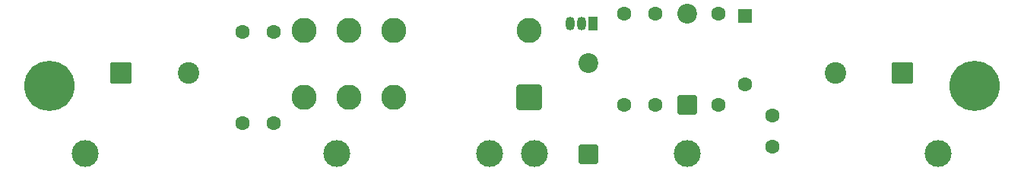
<source format=gbs>
%TF.GenerationSoftware,KiCad,Pcbnew,9.0.2-9.0.2-0~ubuntu22.04.1*%
%TF.CreationDate,2025-06-09T10:54:35+02:00*%
%TF.ProjectId,safety_board_Rev-A,73616665-7479-45f6-926f-6172645f5265,rev?*%
%TF.SameCoordinates,Original*%
%TF.FileFunction,Soldermask,Bot*%
%TF.FilePolarity,Negative*%
%FSLAX46Y46*%
G04 Gerber Fmt 4.6, Leading zero omitted, Abs format (unit mm)*
G04 Created by KiCad (PCBNEW 9.0.2-9.0.2-0~ubuntu22.04.1) date 2025-06-09 10:54:35*
%MOMM*%
%LPD*%
G01*
G04 APERTURE LIST*
G04 Aperture macros list*
%AMRoundRect*
0 Rectangle with rounded corners*
0 $1 Rounding radius*
0 $2 $3 $4 $5 $6 $7 $8 $9 X,Y pos of 4 corners*
0 Add a 4 corners polygon primitive as box body*
4,1,4,$2,$3,$4,$5,$6,$7,$8,$9,$2,$3,0*
0 Add four circle primitives for the rounded corners*
1,1,$1+$1,$2,$3*
1,1,$1+$1,$4,$5*
1,1,$1+$1,$6,$7*
1,1,$1+$1,$8,$9*
0 Add four rect primitives between the rounded corners*
20,1,$1+$1,$2,$3,$4,$5,0*
20,1,$1+$1,$4,$5,$6,$7,0*
20,1,$1+$1,$6,$7,$8,$9,0*
20,1,$1+$1,$8,$9,$2,$3,0*%
G04 Aperture macros list end*
%ADD10C,1.600000*%
%ADD11C,3.600000*%
%ADD12C,5.600000*%
%ADD13RoundRect,0.250000X-0.550000X0.550000X-0.550000X-0.550000X0.550000X-0.550000X0.550000X0.550000X0*%
%ADD14R,1.050000X1.500000*%
%ADD15O,1.050000X1.500000*%
%ADD16C,2.800000*%
%ADD17RoundRect,0.250000X1.150000X1.150000X-1.150000X1.150000X-1.150000X-1.150000X1.150000X-1.150000X0*%
%ADD18C,3.000000*%
%ADD19RoundRect,0.249999X0.850001X-0.850001X0.850001X0.850001X-0.850001X0.850001X-0.850001X-0.850001X0*%
%ADD20C,2.200000*%
%ADD21RoundRect,0.250001X-0.949999X-0.949999X0.949999X-0.949999X0.949999X0.949999X-0.949999X0.949999X0*%
%ADD22C,2.400000*%
%ADD23RoundRect,0.250001X0.949999X0.949999X-0.949999X0.949999X-0.949999X-0.949999X0.949999X-0.949999X0*%
G04 APERTURE END LIST*
D10*
%TO.C,R5*%
X173000000Y-94420000D03*
X173000000Y-104580000D03*
%TD*%
D11*
%TO.C,H2*%
X98500000Y-102500000D03*
D12*
X98500000Y-102500000D03*
%TD*%
D11*
%TO.C,H1*%
X201500000Y-102500000D03*
D12*
X201500000Y-102500000D03*
%TD*%
D13*
%TO.C,D2*%
X176000000Y-94690000D03*
D10*
X176000000Y-102310000D03*
%TD*%
%TO.C,R4*%
X166000000Y-94420000D03*
X166000000Y-104580000D03*
%TD*%
%TO.C,R3*%
X162500000Y-104580000D03*
X162500000Y-94420000D03*
%TD*%
%TO.C,R2*%
X123500000Y-96420000D03*
X123500000Y-106580000D03*
%TD*%
%TO.C,R1*%
X120000000Y-96420000D03*
X120000000Y-106580000D03*
%TD*%
D14*
%TO.C,Q1*%
X159000000Y-95500000D03*
D15*
X157730000Y-95500000D03*
X156460000Y-95500000D03*
%TD*%
D16*
%TO.C,K1*%
X131877795Y-103750000D03*
X136877795Y-103750000D03*
X126877795Y-103750000D03*
X131877795Y-96250000D03*
X136877795Y-96250000D03*
X126877795Y-96250000D03*
D17*
X151877795Y-103750000D03*
D16*
X151877795Y-96250000D03*
%TD*%
D18*
%TO.C,J9*%
X147500000Y-110000000D03*
%TD*%
%TO.C,J8*%
X152500000Y-110000000D03*
%TD*%
%TO.C,J6*%
X130500000Y-110000000D03*
%TD*%
%TO.C,J4*%
X197500000Y-110000000D03*
%TD*%
%TO.C,J2*%
X102500000Y-110000000D03*
%TD*%
%TO.C,J1*%
X169500000Y-110000000D03*
%TD*%
D19*
%TO.C,D4*%
X169500000Y-104580000D03*
D20*
X169500000Y-94420000D03*
%TD*%
D19*
%TO.C,D1*%
X158500000Y-110080000D03*
D20*
X158500000Y-99920000D03*
%TD*%
D21*
%TO.C,C6*%
X106487246Y-101000000D03*
D22*
X113987246Y-101000000D03*
%TD*%
D23*
%TO.C,C2*%
X193512755Y-101000000D03*
D22*
X186012755Y-101000000D03*
%TD*%
D10*
%TO.C,C1*%
X179000000Y-105750000D03*
X179000000Y-109250000D03*
%TD*%
M02*

</source>
